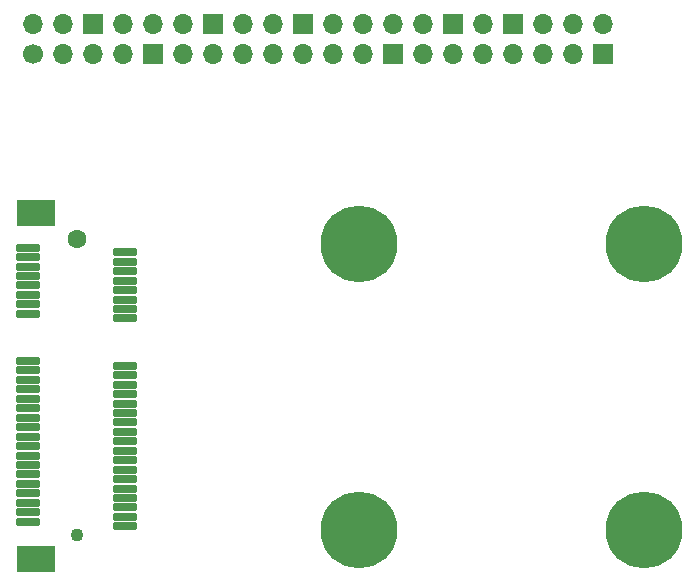
<source format=gbr>
%TF.GenerationSoftware,KiCad,Pcbnew,9.0.3*%
%TF.CreationDate,2025-08-29T17:44:56+02:00*%
%TF.ProjectId,RadioHAT,52616469-6f48-4415-942e-6b696361645f,rev?*%
%TF.SameCoordinates,Original*%
%TF.FileFunction,Soldermask,Top*%
%TF.FilePolarity,Negative*%
%FSLAX46Y46*%
G04 Gerber Fmt 4.6, Leading zero omitted, Abs format (unit mm)*
G04 Created by KiCad (PCBNEW 9.0.3) date 2025-08-29 17:44:56*
%MOMM*%
%LPD*%
G01*
G04 APERTURE LIST*
G04 Aperture macros list*
%AMRoundRect*
0 Rectangle with rounded corners*
0 $1 Rounding radius*
0 $2 $3 $4 $5 $6 $7 $8 $9 X,Y pos of 4 corners*
0 Add a 4 corners polygon primitive as box body*
4,1,4,$2,$3,$4,$5,$6,$7,$8,$9,$2,$3,0*
0 Add four circle primitives for the rounded corners*
1,1,$1+$1,$2,$3*
1,1,$1+$1,$4,$5*
1,1,$1+$1,$6,$7*
1,1,$1+$1,$8,$9*
0 Add four rect primitives between the rounded corners*
20,1,$1+$1,$2,$3,$4,$5,0*
20,1,$1+$1,$4,$5,$6,$7,0*
20,1,$1+$1,$6,$7,$8,$9,0*
20,1,$1+$1,$8,$9,$2,$3,0*%
G04 Aperture macros list end*
%ADD10C,1.600000*%
%ADD11C,1.100000*%
%ADD12RoundRect,0.060000X0.940000X0.240000X-0.940000X0.240000X-0.940000X-0.240000X0.940000X-0.240000X0*%
%ADD13R,3.200000X2.300000*%
%ADD14C,6.500000*%
%ADD15C,1.700000*%
%ADD16O,1.700000X1.700000*%
%ADD17R,1.700000X1.700000*%
G04 APERTURE END LIST*
D10*
%TO.C,J2*%
X119600000Y-91300000D03*
D11*
X119600000Y-116300000D03*
D12*
X115500000Y-92000000D03*
X123700000Y-92400000D03*
X115500000Y-92800000D03*
X123700000Y-93200000D03*
X115500000Y-93600000D03*
X123700000Y-94000000D03*
X115500000Y-94400000D03*
X123700000Y-94800000D03*
X115500000Y-95200000D03*
X123700000Y-95600000D03*
X115500000Y-96000000D03*
X123700000Y-96400000D03*
X115500000Y-96800000D03*
X123700000Y-97200000D03*
X115500000Y-97600000D03*
X123700000Y-98000000D03*
X115500000Y-101600000D03*
X123700000Y-102000000D03*
X115500000Y-102400000D03*
X123700000Y-102800000D03*
X115500000Y-103200000D03*
X123700000Y-103600000D03*
X115500000Y-104000000D03*
X123700000Y-104400000D03*
X115500000Y-104800000D03*
X123700000Y-105200000D03*
X115500000Y-105600000D03*
X123700000Y-106000000D03*
X115500000Y-106400000D03*
X123700000Y-106800000D03*
X115500000Y-107200000D03*
X123700000Y-107600000D03*
X115500000Y-108000000D03*
X123700000Y-108400000D03*
X115500000Y-108800000D03*
X123700000Y-109200000D03*
X115500000Y-109600000D03*
X123700000Y-110000000D03*
X115500000Y-110400000D03*
X123700000Y-110800000D03*
X115500000Y-111200000D03*
X123700000Y-111600000D03*
X115500000Y-112000000D03*
X123700000Y-112400000D03*
X115500000Y-112800000D03*
X123700000Y-113200000D03*
X115500000Y-113600000D03*
X123700000Y-114000000D03*
X115500000Y-114400000D03*
X123700000Y-114800000D03*
X115500000Y-115200000D03*
X123700000Y-115600000D03*
D13*
X116100000Y-89100000D03*
X116100000Y-118400000D03*
D14*
X143500000Y-91700000D03*
X143500000Y-115900000D03*
X167650000Y-91700000D03*
X167650000Y-115900000D03*
%TD*%
D15*
%TO.C,J1*%
X115900000Y-75628000D03*
D16*
X115900000Y-73088000D03*
X118440000Y-75628000D03*
X118440000Y-73088000D03*
X120980000Y-75628000D03*
D17*
X120980000Y-73088000D03*
D16*
X123520000Y-75628000D03*
X123520000Y-73088000D03*
D17*
X126060000Y-75628000D03*
D16*
X126060000Y-73088000D03*
X128600000Y-75628000D03*
X128600000Y-73088000D03*
X131140000Y-75628000D03*
D17*
X131140000Y-73088000D03*
D16*
X133680000Y-75628000D03*
X133680000Y-73088000D03*
X136220000Y-75628000D03*
X136220000Y-73088000D03*
X138760000Y-75628000D03*
D17*
X138760000Y-73088000D03*
D16*
X141300000Y-75628000D03*
X141300000Y-73088000D03*
X143840000Y-75628000D03*
X143840000Y-73088000D03*
D17*
X146380000Y-75628000D03*
D16*
X146380000Y-73088000D03*
X148920000Y-75628000D03*
X148920000Y-73088000D03*
X151460000Y-75628000D03*
D17*
X151460000Y-73088000D03*
D16*
X154000000Y-75628000D03*
X154000000Y-73088000D03*
X156540000Y-75628000D03*
D17*
X156540000Y-73088000D03*
D16*
X159080000Y-75628000D03*
X159080000Y-73088000D03*
X161620000Y-75628000D03*
X161620000Y-73088000D03*
D17*
X164160000Y-75628000D03*
D16*
X164160000Y-73088000D03*
%TD*%
M02*

</source>
